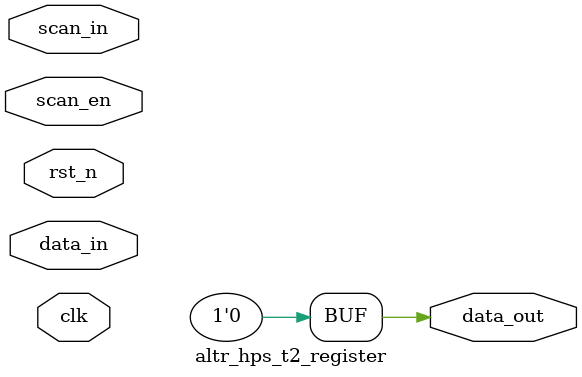
<source format=v>
module altr_hps_t2_register(	// file.cleaned.mlir:2:3
  input  clk,	// file.cleaned.mlir:2:38
         rst_n,	// file.cleaned.mlir:2:52
         scan_en,	// file.cleaned.mlir:2:68
         data_in,	// file.cleaned.mlir:2:86
         scan_in,	// file.cleaned.mlir:2:104
  output data_out	// file.cleaned.mlir:2:123
);

  assign data_out = 1'h0;	// file.cleaned.mlir:3:14, :4:5
endmodule


</source>
